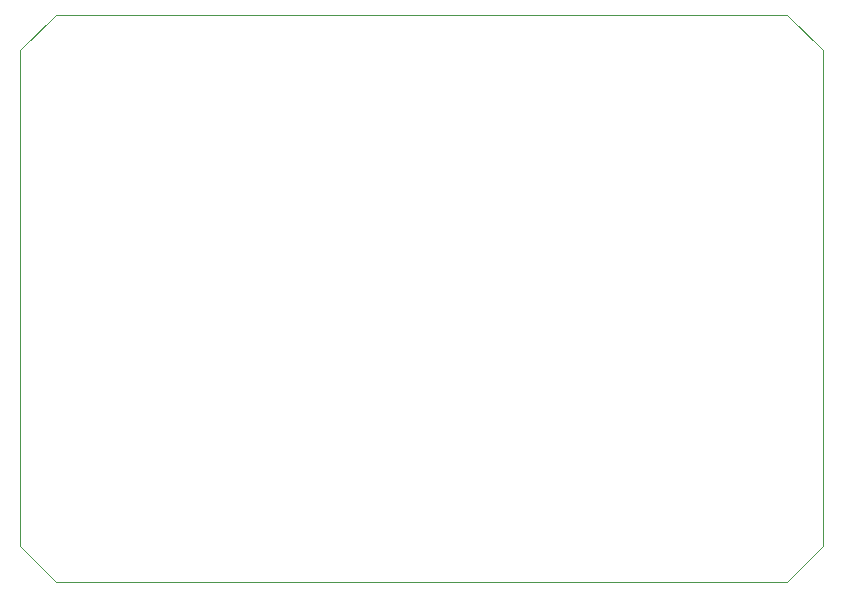
<source format=gbr>
%TF.GenerationSoftware,KiCad,Pcbnew,(5.1.9)-1*%
%TF.CreationDate,2021-03-05T12:04:41-05:00*%
%TF.ProjectId,driver_board,64726976-6572-45f6-926f-6172642e6b69,rev?*%
%TF.SameCoordinates,Original*%
%TF.FileFunction,Profile,NP*%
%FSLAX46Y46*%
G04 Gerber Fmt 4.6, Leading zero omitted, Abs format (unit mm)*
G04 Created by KiCad (PCBNEW (5.1.9)-1) date 2021-03-05 12:04:41*
%MOMM*%
%LPD*%
G01*
G04 APERTURE LIST*
%TA.AperFunction,Profile*%
%ADD10C,0.050000*%
%TD*%
G04 APERTURE END LIST*
D10*
X123525000Y-113185000D02*
X61605000Y-113185000D01*
X126525000Y-116185000D02*
X123525000Y-113185000D01*
X126525000Y-158185000D02*
X126525000Y-116185000D01*
X123525000Y-161185000D02*
X126525000Y-158185000D01*
X61605000Y-161185000D02*
X123525000Y-161185000D01*
X58605000Y-158185000D02*
X61605000Y-161185000D01*
X58605000Y-116185000D02*
X58605000Y-158185000D01*
X61605000Y-113185000D02*
X58605000Y-116185000D01*
M02*

</source>
